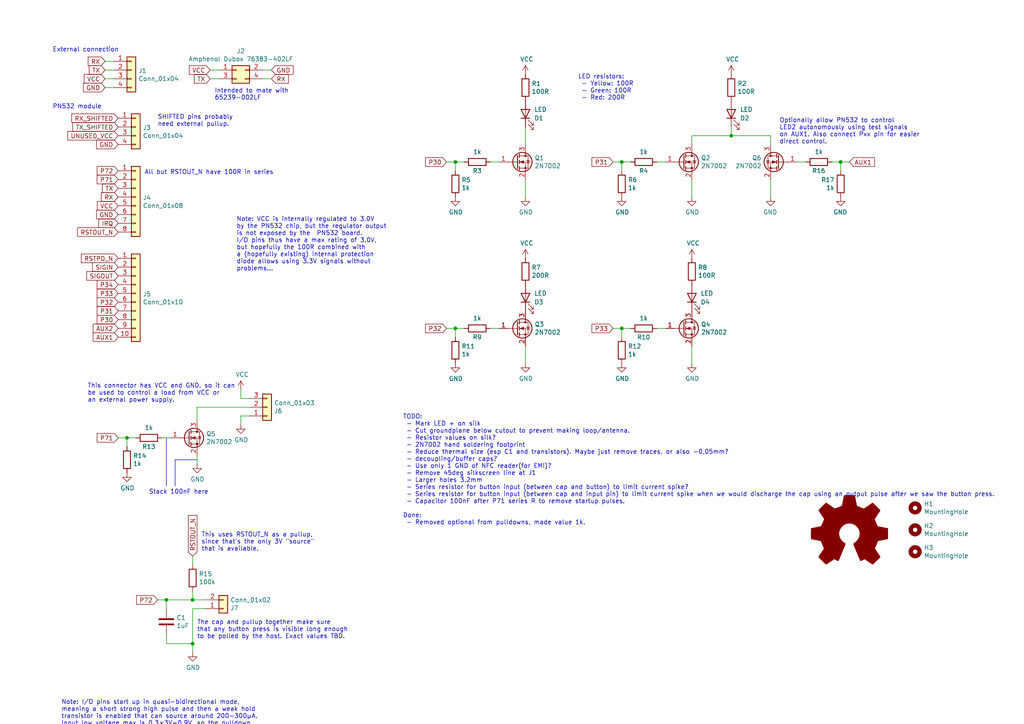
<source format=kicad_sch>
(kicad_sch (version 20230121) (generator eeschema)
  (paper "A4")
  (title_block (title "Doorlockd Reader PCB") (date "2021-02-20") (rev "0.1"))
  (lib_symbols
    (symbol "Connector_Generic:Conn_01x02" (pin_names (offset 1.016) hide)
      (property "Reference" "J" (at 0 2.54 0))
      (property "Value" "Conn_01x02" (at 0 -5.08 0))
      (symbol "Conn_01x02_1_1"
        (rectangle (start -1.27 -2.413) (end 0 -2.667) (stroke (width 0.1524)))
        (rectangle (start -1.27 0.127) (end 0 -0.127) (stroke (width 0.1524)))
        (rectangle (start -1.27 1.27) (end 1.27 -3.81) (stroke (width 0.254)) (fill (type background)))
        (pin passive line (at -5.08 0 0) (length 3.81) (name "Pin_1") (number "1"))
        (pin passive line (at -5.08 -2.54 0) (length 3.81) (name "Pin_2") (number "2"))
      )
    )
    (symbol "Connector_Generic:Conn_01x03" (pin_names (offset 1.016) hide)
      (property "Reference" "J" (at 0 5.08 0))
      (property "Value" "Conn_01x03" (at 0 -5.08 0))
      (symbol "Conn_01x03_1_1"
        (rectangle (start -1.27 -2.413) (end 0 -2.667) (stroke (width 0.1524)))
        (rectangle (start -1.27 0.127) (end 0 -0.127) (stroke (width 0.1524)))
        (rectangle (start -1.27 2.667) (end 0 2.413) (stroke (width 0.1524)))
        (rectangle (start -1.27 3.81) (end 1.27 -3.81) (stroke (width 0.254)) (fill (type background)))
        (pin passive line (at -5.08 2.54 0) (length 3.81) (name "Pin_1") (number "1"))
        (pin passive line (at -5.08 0 0) (length 3.81) (name "Pin_2") (number "2"))
        (pin passive line (at -5.08 -2.54 0) (length 3.81) (name "Pin_3") (number "3"))
      )
    )
    (symbol "Connector_Generic:Conn_01x04" (pin_names (offset 1.016) hide)
      (property "Reference" "J" (at 0 5.08 0))
      (property "Value" "Conn_01x04" (at 0 -7.62 0))
      (symbol "Conn_01x04_1_1"
        (rectangle (start -1.27 -4.953) (end 0 -5.207) (stroke (width 0.1524)))
        (rectangle (start -1.27 -2.413) (end 0 -2.667) (stroke (width 0.1524)))
        (rectangle (start -1.27 0.127) (end 0 -0.127) (stroke (width 0.1524)))
        (rectangle (start -1.27 2.667) (end 0 2.413) (stroke (width 0.1524)))
        (rectangle (start -1.27 3.81) (end 1.27 -6.35) (stroke (width 0.254)) (fill (type background)))
        (pin passive line (at -5.08 2.54 0) (length 3.81) (name "Pin_1") (number "1"))
        (pin passive line (at -5.08 0 0) (length 3.81) (name "Pin_2") (number "2"))
        (pin passive line (at -5.08 -2.54 0) (length 3.81) (name "Pin_3") (number "3"))
        (pin passive line (at -5.08 -5.08 0) (length 3.81) (name "Pin_4") (number "4"))
      )
    )
    (symbol "Connector_Generic:Conn_01x08" (pin_names (offset 1.016) hide)
      (property "Reference" "J" (at 0 10.16 0))
      (property "Value" "Conn_01x08" (at 0 -12.7 0))
      (symbol "Conn_01x08_1_1"
        (rectangle (start -1.27 -10.033) (end 0 -10.287) (stroke (width 0.1524)))
        (rectangle (start -1.27 -7.493) (end 0 -7.747) (stroke (width 0.1524)))
        (rectangle (start -1.27 -4.953) (end 0 -5.207) (stroke (width 0.1524)))
        (rectangle (start -1.27 -2.413) (end 0 -2.667) (stroke (width 0.1524)))
        (rectangle (start -1.27 0.127) (end 0 -0.127) (stroke (width 0.1524)))
        (rectangle (start -1.27 2.667) (end 0 2.413) (stroke (width 0.1524)))
        (rectangle (start -1.27 5.207) (end 0 4.953) (stroke (width 0.1524)))
        (rectangle (start -1.27 7.747) (end 0 7.493) (stroke (width 0.1524)))
        (rectangle (start -1.27 8.89) (end 1.27 -11.43) (stroke (width 0.254)) (fill (type background)))
        (pin passive line (at -5.08 7.62 0) (length 3.81) (name "Pin_1") (number "1"))
        (pin passive line (at -5.08 5.08 0) (length 3.81) (name "Pin_2") (number "2"))
        (pin passive line (at -5.08 2.54 0) (length 3.81) (name "Pin_3") (number "3"))
        (pin passive line (at -5.08 0 0) (length 3.81) (name "Pin_4") (number "4"))
        (pin passive line (at -5.08 -2.54 0) (length 3.81) (name "Pin_5") (number "5"))
        (pin passive line (at -5.08 -5.08 0) (length 3.81) (name "Pin_6") (number "6"))
        (pin passive line (at -5.08 -7.62 0) (length 3.81) (name "Pin_7") (number "7"))
        (pin passive line (at -5.08 -10.16 0) (length 3.81) (name "Pin_8") (number "8"))
      )
    )
    (symbol "Connector_Generic:Conn_01x10" (pin_names (offset 1.016) hide)
      (property "Reference" "J" (at 0 12.7 0))
      (property "Value" "Conn_01x10" (at 0 -15.24 0))
      (symbol "Conn_01x10_1_1"
        (rectangle (start -1.27 -12.573) (end 0 -12.827) (stroke (width 0.1524)))
        (rectangle (start -1.27 -10.033) (end 0 -10.287) (stroke (width 0.1524)))
        (rectangle (start -1.27 -7.493) (end 0 -7.747) (stroke (width 0.1524)))
        (rectangle (start -1.27 -4.953) (end 0 -5.207) (stroke (width 0.1524)))
        (rectangle (start -1.27 -2.413) (end 0 -2.667) (stroke (width 0.1524)))
        (rectangle (start -1.27 0.127) (end 0 -0.127) (stroke (width 0.1524)))
        (rectangle (start -1.27 2.667) (end 0 2.413) (stroke (width 0.1524)))
        (rectangle (start -1.27 5.207) (end 0 4.953) (stroke (width 0.1524)))
        (rectangle (start -1.27 7.747) (end 0 7.493) (stroke (width 0.1524)))
        (rectangle (start -1.27 10.287) (end 0 10.033) (stroke (width 0.1524)))
        (rectangle (start -1.27 11.43) (end 1.27 -13.97) (stroke (width 0.254)) (fill (type background)))
        (pin passive line (at -5.08 10.16 0) (length 3.81) (name "Pin_1") (number "1"))
        (pin passive line (at -5.08 -12.7 0) (length 3.81) (name "Pin_10") (number "10"))
        (pin passive line (at -5.08 7.62 0) (length 3.81) (name "Pin_2") (number "2"))
        (pin passive line (at -5.08 5.08 0) (length 3.81) (name "Pin_3") (number "3"))
        (pin passive line (at -5.08 2.54 0) (length 3.81) (name "Pin_4") (number "4"))
        (pin passive line (at -5.08 0 0) (length 3.81) (name "Pin_5") (number "5"))
        (pin passive line (at -5.08 -2.54 0) (length 3.81) (name "Pin_6") (number "6"))
        (pin passive line (at -5.08 -5.08 0) (length 3.81) (name "Pin_7") (number "7"))
        (pin passive line (at -5.08 -7.62 0) (length 3.81) (name "Pin_8") (number "8"))
        (pin passive line (at -5.08 -10.16 0) (length 3.81) (name "Pin_9") (number "9"))
      )
    )
    (symbol "Connector_Generic:Conn_02x02_Odd_Even" (pin_names (offset 1.016) hide)
      (property "Reference" "J" (at 1.27 2.54 0))
      (property "Value" "Conn_02x02_Odd_Even" (at 1.27 -5.08 0))
      (symbol "Conn_02x02_Odd_Even_1_1"
        (rectangle (start -1.27 -2.413) (end 0 -2.667) (stroke (width 0.1524)))
        (rectangle (start -1.27 0.127) (end 0 -0.127) (stroke (width 0.1524)))
        (rectangle (start -1.27 1.27) (end 3.81 -3.81) (stroke (width 0.254)) (fill (type background)))
        (rectangle (start 3.81 -2.413) (end 2.54 -2.667) (stroke (width 0.1524)))
        (rectangle (start 3.81 0.127) (end 2.54 -0.127) (stroke (width 0.1524)))
        (pin passive line (at -5.08 0 0) (length 3.81) (name "Pin_1") (number "1"))
        (pin passive line (at 7.62 0 180) (length 3.81) (name "Pin_2") (number "2"))
        (pin passive line (at -5.08 -2.54 0) (length 3.81) (name "Pin_3") (number "3"))
        (pin passive line (at 7.62 -2.54 180) (length 3.81) (name "Pin_4") (number "4"))
      )
    )
    (symbol "Device:C" (pin_numbers hide) (pin_names (offset 0.254))
      (property "Reference" "C" (at 0.635 2.54 0))
      (property "Value" "C" (at 0.635 -2.54 0))
      (symbol "C_0_1"
        (polyline (pts (xy -2.032 -0.762) (xy 2.032 -0.762)) (stroke (width 0.508)))
        (polyline (pts (xy -2.032 0.762) (xy 2.032 0.762)) (stroke (width 0.508)))
      )
      (symbol "C_1_1"
        (pin passive line (at 0 3.81 270) (length 2.794) (name "~") (number "1"))
        (pin passive line (at 0 -3.81 90) (length 2.794) (name "~") (number "2"))
      )
    )
    (symbol "Device:LED" (pin_numbers hide) (pin_names (offset 1.016) hide)
      (property "Reference" "D" (at 0 2.54 0))
      (property "Value" "LED" (at 0 -2.54 0))
      (symbol "LED_0_1"
        (polyline (pts (xy -1.27 -1.27) (xy -1.27 1.27)) (stroke (width 0.254)))
        (polyline (pts (xy -1.27 0) (xy 1.27 0)))
        (polyline (pts (xy 1.27 -1.27) (xy 1.27 1.27) (xy -1.27 0) (xy 1.27 -1.27)) (stroke (width 0.254)))
        (polyline (pts (xy -3.048 -0.762) (xy -4.572 -2.286) (xy -3.81 -2.286) (xy -4.572 -2.286) (xy -4.572 -1.524)))
        (polyline (pts (xy -1.778 -0.762) (xy -3.302 -2.286) (xy -2.54 -2.286) (xy -3.302 -2.286) (xy -3.302 -1.524)))
      )
      (symbol "LED_1_1"
        (pin passive line (at -3.81 0 0) (length 2.54) (name "K") (number "1"))
        (pin passive line (at 3.81 0 180) (length 2.54) (name "A") (number "2"))
      )
    )
    (symbol "Device:R" (pin_numbers hide) (pin_names (offset 0))
      (property "Reference" "R" (at 2.032 0 90))
      (property "Value" "R" (at 0 0 90))
      (symbol "R_0_1"
        (rectangle (start -1.016 -2.54) (end 1.016 2.54) (stroke (width 0.254)))
      )
      (symbol "R_1_1"
        (pin passive line (at 0 3.81 270) (length 1.27) (name "~") (number "1"))
        (pin passive line (at 0 -3.81 90) (length 1.27) (name "~") (number "2"))
      )
    )
    (symbol "Graphic:Logo_Open_Hardware_Large" (pin_names (offset 1.016))
      (symbol "Logo_Open_Hardware_Large_1_1"
        (polyline (pts (xy 6.731 -8.7122) (xy 6.6294 -8.6614) (xy 6.35 -8.4836) (xy 5.9944 -8.255) (xy 5.5372 -7.9502) (xy 5.1054 -7.6454) (xy 4.7498 -7.4168) (xy 4.4958 -7.239) (xy 4.3942 -7.1882) (xy 4.318 -7.2136) (xy 4.1148 -7.3152) (xy 3.81 -7.4676) (xy 3.6322 -7.5692) (xy 3.3528 -7.6708) (xy 3.2258 -7.6962) (xy 3.2004 -7.6708) (xy 3.0988 -7.4676) (xy 2.9464 -7.0866) (xy 2.7178 -6.604) (xy 2.4892 -6.0452) (xy 2.2352 -5.4356) (xy 1.9558 -4.826) (xy 1.7272 -4.2164) (xy 1.4986 -3.683) (xy 1.3208 -3.2512) (xy 1.2192 -2.9464) (xy 1.1684 -2.8194) (xy 1.1938 -2.794) (xy 1.3208 -2.667) (xy 1.5748 -2.4892) (xy 2.0828 -2.0574) (xy 2.6162 -1.397) (xy 2.921 -0.6604) (xy 3.048 0.1524) (xy 2.9464 0.9144) (xy 2.6416 1.6256) (xy 2.1336 2.286) (xy 1.524 2.7686) (xy 0.8128 3.0734) (xy 0 3.175) (xy -0.762 3.0988) (xy -1.4986 2.794) (xy -2.159 2.286) (xy -2.4384 1.9812) (xy -2.8194 1.3208) (xy -3.048 0.6096) (xy -3.0734 0.4318) (xy -3.0226 -0.3556) (xy -2.794 -1.0922) (xy -2.3876 -1.7526) (xy -1.8288 -2.3114) (xy -1.7526 -2.3622) (xy -1.4732 -2.5654) (xy -1.2954 -2.6924) (xy -1.1684 -2.8194) (xy -2.159 -5.207) (xy -2.3114 -5.588) (xy -2.5908 -6.2484) (xy -2.8194 -6.8072) (xy -3.0226 -7.2644) (xy -3.1496 -7.5692) (xy -3.2258 -7.6708) (xy -3.2258 -7.6962) (xy -3.302 -7.6962) (xy -3.4798 -7.6454) (xy -3.8354 -7.4676) (xy -4.0386 -7.366) (xy -4.2926 -7.239) (xy -4.4196 -7.1882) (xy -4.5212 -7.239) (xy -4.7498 -7.3914) (xy -5.1054 -7.6454) (xy -5.5372 -7.9248) (xy -5.9436 -8.2042) (xy -6.3246 -8.4582) (xy -6.604 -8.636) (xy -6.731 -8.7122) (xy -6.7564 -8.7122) (xy -6.858 -8.636) (xy -7.0866 -8.4582) (xy -7.4168 -8.1534) (xy -7.874 -7.6962) (xy -7.9502 -7.62) (xy -8.3312 -7.239) (xy -8.636 -6.9088) (xy -8.8392 -6.6802) (xy -8.9154 -6.5786) (xy -8.9154 -6.5786) (xy -8.8392 -6.4516) (xy -8.6614 -6.1722) (xy -8.4328 -5.7912) (xy -8.128 -5.3594) (xy -7.3152 -4.191) (xy -7.7724 -3.0988) (xy -7.8994 -2.7686) (xy -8.0772 -2.3622) (xy -8.2042 -2.0828) (xy -8.255 -1.9558) (xy -8.382 -1.905) (xy -8.6614 -1.8542) (xy -9.0932 -1.7526) (xy -9.6266 -1.651) (xy -10.1092 -1.5748) (xy -10.541 -1.4732) (xy -10.8712 -1.4224) (xy -11.0236 -1.397) (xy -11.049 -1.3716) (xy -11.0744 -1.2954) (xy -11.0998 -1.143) (xy -11.0998 -0.889) (xy -11.1252 -0.4572) (xy -11.1252 0.1524) (xy -11.1252 0.2286) (xy -11.0998 0.8128) (xy -11.0998 1.27) (xy -11.0744 1.5494) (xy -11.0744 1.6764) (xy -11.0744 1.6764) (xy -10.922 1.7018) (xy -10.6172 1.778) (xy -10.16 1.8542) (xy -9.652 1.9558) (xy -9.6012 1.9812) (xy -9.0932 2.0828) (xy -8.636 2.159) (xy -8.3312 2.2352) (xy -8.2042 2.286) (xy -8.1788 2.3114) (xy -8.0772 2.5146) (xy -7.9248 2.8448) (xy -7.747 3.2512) (xy -7.5692 3.6576) (xy -7.4168 4.0386) (xy -7.3152 4.318) (xy -7.2898 4.445) (xy -7.2898 4.445) (xy -7.366 4.572) (xy -7.5438 4.826) (xy -7.7978 5.207) (xy -8.128 5.6642) (xy -8.128 5.6896) (xy -8.4328 6.1468) (xy -8.6868 6.5278) (xy -8.8392 6.7818) (xy -8.9154 6.9088) (xy -8.9154 6.9088) (xy -8.8138 7.0358) (xy -8.5852 7.2898) (xy -8.255 7.6454) (xy -7.874 8.0264) (xy -7.747 8.1534) (xy -7.3152 8.5852) (xy -7.0104 8.8646) (xy -6.8326 8.9916) (xy -6.731 9.0424) (xy -6.731 9.0424) (xy -6.604 8.9408) (xy -6.3246 8.763) (xy -5.9436 8.509) (xy -5.4864 8.2042) (xy -5.461 8.1788) (xy -5.0038 7.874) (xy -4.6482 7.62) (xy -4.3688 7.4422) (xy -4.2672 7.3914) (xy -4.2418 7.3914) (xy -4.064 7.4422) (xy -3.7338 7.5438) (xy -3.3528 7.6962) (xy -2.9464 7.874) (xy -2.5654 8.0264) (xy -2.286 8.1534) (xy -2.159 8.2296) (xy -2.159 8.2296) (xy -2.1082 8.382) (xy -2.032 8.7122) (xy -1.9304 9.1694) (xy -1.8288 9.7282) (xy -1.8034 9.8044) (xy -1.7018 10.3378) (xy -1.6256 10.7696) (xy -1.5748 11.0744) (xy -1.524 11.2014) (xy -1.4478 11.2268) (xy -1.1938 11.2522) (xy -0.8128 11.2522) (xy -0.3302 11.2522) (xy 0.1524 11.2522) (xy 0.6604 11.2522) (xy 1.0668 11.2268) (xy 1.3716 11.2014) (xy 1.4986 11.176) (xy 1.4986 11.176) (xy 1.5494 11.0236) (xy 1.6256 10.6934) (xy 1.7018 10.2108) (xy 1.8288 9.6774) (xy 1.8288 9.5758) (xy 1.9304 9.0424) (xy 2.032 8.6106) (xy 2.0828 8.3058) (xy 2.1336 8.2042) (xy 2.159 8.1788) (xy 2.3876 8.0772) (xy 2.7432 7.9248) (xy 3.175 7.747) (xy 4.191 7.3406) (xy 5.461 8.2042) (xy 5.5626 8.2804) (xy 6.0198 8.5852) (xy 6.3754 8.8392) (xy 6.6294 8.9916) (xy 6.7564 9.0424) (xy 6.7564 9.0424) (xy 6.8834 8.9408) (xy 7.1374 8.7122) (xy 7.4676 8.382) (xy 7.8486 7.9756) (xy 8.1534 7.6962) (xy 8.4836 7.3406) (xy 8.7122 7.112) (xy 8.8392 6.9596) (xy 8.8646 6.858) (xy 8.8646 6.8072) (xy 8.7884 6.6802) (xy 8.6106 6.4008) (xy 8.3312 6.0198) (xy 8.0264 5.588) (xy 7.7978 5.207) (xy 7.5184 4.8006) (xy 7.3406 4.4958) (xy 7.2898 4.3434) (xy 7.2898 4.2926) (xy 7.3914 4.0386) (xy 7.5184 3.683) (xy 7.7216 3.2258) (xy 8.1534 2.2352) (xy 8.7884 2.1082) (xy 9.1948 2.0574) (xy 9.7536 1.9304) (xy 10.2616 1.8288) (xy 11.0998 1.6764) (xy 11.1252 -1.3208) (xy 10.9982 -1.3716) (xy 10.8712 -1.397) (xy 10.5664 -1.4732) (xy 10.1346 -1.5494) (xy 9.6266 -1.651) (xy 9.1948 -1.7272) (xy 8.7376 -1.8288) (xy 8.4328 -1.8796) (xy 8.2804 -1.905) (xy 8.255 -1.9558) (xy 8.1534 -2.159) (xy 7.9756 -2.5146) (xy 7.8232 -2.921) (xy 7.6454 -3.3274) (xy 7.493 -3.7338) (xy 7.366 -4.0132) (xy 7.3406 -4.191) (xy 7.3914 -4.2926) (xy 7.5692 -4.5466) (xy 7.7978 -4.9276) (xy 8.1026 -5.3594) (xy 8.4074 -5.7912) (xy 8.6614 -6.1722) (xy 8.8138 -6.4262) (xy 8.89 -6.5532) (xy 8.8646 -6.6548) (xy 8.6868 -6.858) (xy 8.3566 -7.1882) (xy 7.874 -7.6708) (xy 7.7978 -7.747) (xy 7.3914 -8.128) (xy 7.0612 -8.4328) (xy 6.8326 -8.636) (xy 6.731 -8.7122)) (fill (type outline)))
      )
    )
    (symbol "Mechanical:MountingHole" (pin_names (offset 1.016))
      (property "Reference" "H" (at 0 5.08 0))
      (property "Value" "MountingHole" (at 0 3.175 0))
      (symbol "MountingHole_0_1"
        (circle (center 0 0) (radius 1.27) (stroke (width 1.27)))
      )
    )
    (symbol "Transistor_FET:2N7002" (pin_names hide)
      (property "Reference" "Q" (at 5.08 1.905 0))
      (property "Value" "2N7002" (at 5.08 0 0))
      (symbol "2N7002_0_1"
        (polyline (pts (xy 0.254 0) (xy -2.54 0)))
        (polyline (pts (xy 0.254 1.905) (xy 0.254 -1.905)) (stroke (width 0.254)))
        (polyline (pts (xy 0.762 -1.27) (xy 0.762 -2.286)) (stroke (width 0.254)))
        (polyline (pts (xy 0.762 0.508) (xy 0.762 -0.508)) (stroke (width 0.254)))
        (polyline (pts (xy 0.762 2.286) (xy 0.762 1.27)) (stroke (width 0.254)))
        (polyline (pts (xy 2.54 2.54) (xy 2.54 1.778)))
        (polyline (pts (xy 2.54 -2.54) (xy 2.54 0) (xy 0.762 0)))
        (polyline (pts (xy 0.762 -1.778) (xy 3.302 -1.778) (xy 3.302 1.778) (xy 0.762 1.778)))
        (polyline (pts (xy 1.016 0) (xy 2.032 0.381) (xy 2.032 -0.381) (xy 1.016 0)) (fill (type outline)))
        (polyline (pts (xy 2.794 0.508) (xy 2.921 0.381) (xy 3.683 0.381) (xy 3.81 0.254)))
        (polyline (pts (xy 3.302 0.381) (xy 2.921 -0.254) (xy 3.683 -0.254) (xy 3.302 0.381)))
        (circle (center 1.651 0) (radius 2.794) (stroke (width 0.254)))
        (circle (center 2.54 -1.778) (radius 0.254) (fill (type outline)))
        (circle (center 2.54 1.778) (radius 0.254) (fill (type outline)))
      )
      (symbol "2N7002_1_1"
        (pin input line (at -5.08 0 0) (length 2.54) (name "G") (number "1"))
        (pin passive line (at 2.54 -5.08 90) (length 2.54) (name "S") (number "2"))
        (pin passive line (at 2.54 5.08 270) (length 2.54) (name "D") (number "3"))
      )
    )
    (symbol "power:GND" (power) (pin_names (offset 0))
      (property "Value" "GND" (at 0 -3.81 0))
      (symbol "GND_0_1"
        (polyline (pts (xy 0 0) (xy 0 -1.27) (xy 1.27 -1.27) (xy 0 -2.54) (xy -1.27 -1.27) (xy 0 -1.27)))
      )
      (symbol "GND_1_1"
        (pin power_in line (at 0 0 270) (length 0) hide (name "GND") (number "1"))
      )
    )
    (symbol "power:VCC" (power) (pin_names (offset 0))
      (property "Value" "VCC" (at 0 3.81 0))
      (symbol "VCC_0_1"
        (polyline (pts (xy -0.762 1.27) (xy 0 2.54)))
        (polyline (pts (xy 0 0) (xy 0 2.54)))
        (polyline (pts (xy 0 2.54) (xy 0.762 1.27)))
      )
      (symbol "VCC_1_1"
        (pin power_in line (at 0 0 90) (length 0) hide (name "VCC") (number "1"))
      )
    )
  )
  (junction (at 212.09 39.37))
  (junction (at 180.34 95.25))
  (junction (at 243.84 46.99))
  (junction (at 48.26 173.99))
  (junction (at 55.88 173.99))
  (junction (at 36.83 127))
  (junction (at 180.34 46.99))
  (junction (at 132.08 46.99))
  (junction (at 55.88 186.69))
  (junction (at 132.08 95.25))
  (wire (pts (xy 180.34 97.79) (xy 180.34 95.25)))
  (wire (pts (xy 223.52 52.07) (xy 223.52 57.15)))
  (wire (pts (xy 142.24 95.25) (xy 144.78 95.25)))
  (wire (pts (xy 200.66 39.37) (xy 212.09 39.37)))
  (wire (pts (xy 200.66 100.33) (xy 200.66 105.41)))
  (wire (pts (xy 132.08 49.53) (xy 132.08 46.99)))
  (wire (pts (xy 223.52 41.91) (xy 223.52 39.37)))
  (wire (pts (xy 55.88 189.23) (xy 55.88 186.69)))
  (wire (pts (xy 180.34 46.99) (xy 182.88 46.99)))
  (wire (pts (xy 190.5 46.99) (xy 193.04 46.99)))
  (wire (pts (xy 48.26 186.69) (xy 48.26 184.15)))
  (wire (pts (xy 78.74 20.32) (xy 76.2 20.32)))
  (wire (pts (xy 243.84 49.53) (xy 243.84 46.99)))
  (wire (pts (xy 152.4 36.83) (xy 152.4 41.91)))
  (wire (pts (xy 177.8 46.99) (xy 180.34 46.99)))
  (wire (pts (xy 132.08 95.25) (xy 134.62 95.25)))
  (wire (pts (xy 33.02 25.4) (xy 30.48 25.4)))
  (wire (pts (xy 243.84 46.99) (xy 241.3 46.99)))
  (wire (pts (xy 55.88 173.99) (xy 55.88 171.45)))
  (wire (pts (xy 177.8 95.25) (xy 180.34 95.25)))
  (wire (pts (xy 36.83 127) (xy 39.37 127)))
  (wire (pts (xy 190.5 95.25) (xy 193.04 95.25)))
  (wire (pts (xy 129.54 46.99) (xy 132.08 46.99)))
  (wire (pts (xy 69.85 120.65) (xy 72.39 120.65)))
  (wire (pts (xy 233.68 46.99) (xy 231.14 46.99)))
  (wire (pts (xy 30.48 22.86) (xy 33.02 22.86)))
  (wire (pts (xy 69.85 115.57) (xy 69.85 113.03)))
  (wire (pts (xy 33.02 20.32) (xy 30.48 20.32)))
  (wire (pts (xy 46.99 127) (xy 49.53 127)))
  (wire (pts (xy 57.15 132.08) (xy 57.15 134.62)))
  (wire (pts (xy 200.66 52.07) (xy 200.66 57.15)))
  (wire (pts (xy 212.09 39.37) (xy 212.09 36.83)))
  (wire (pts (xy 60.96 20.32) (xy 63.5 20.32)))
  (wire (pts (xy 69.85 123.19) (xy 69.85 120.65)))
  (wire (pts (xy 55.88 161.29) (xy 55.88 163.83)))
  (wire (pts (xy 132.08 97.79) (xy 132.08 95.25)))
  (wire (pts (xy 223.52 39.37) (xy 212.09 39.37)))
  (wire (pts (xy 76.2 22.86) (xy 78.74 22.86)))
  (wire (pts (xy 48.26 176.53) (xy 48.26 173.99)))
  (wire (pts (xy 246.38 46.99) (xy 243.84 46.99)))
  (wire (pts (xy 152.4 52.07) (xy 152.4 57.15)))
  (wire (pts (xy 129.54 95.25) (xy 132.08 95.25)))
  (wire (pts (xy 48.26 173.99) (xy 45.72 173.99)))
  (polyline (pts (xy 48.26 127) (xy 48.26 140.97)))
  (wire (pts (xy 142.24 46.99) (xy 144.78 46.99)))
  (wire (pts (xy 59.69 173.99) (xy 55.88 173.99)))
  (wire (pts (xy 30.48 17.78) (xy 33.02 17.78)))
  (wire (pts (xy 63.5 22.86) (xy 60.96 22.86)))
  (wire (pts (xy 48.26 173.99) (xy 55.88 173.99)))
  (wire (pts (xy 200.66 41.91) (xy 200.66 39.37)))
  (wire (pts (xy 180.34 95.25) (xy 182.88 95.25)))
  (polyline (pts (xy 50.8 133.35) (xy 50.8 140.97)))
  (wire (pts (xy 132.08 46.99) (xy 134.62 46.99)))
  (wire (pts (xy 180.34 49.53) (xy 180.34 46.99)))
  (wire (pts (xy 72.39 115.57) (xy 69.85 115.57)))
  (wire (pts (xy 57.15 118.11) (xy 57.15 121.92)))
  (wire (pts (xy 72.39 118.11) (xy 57.15 118.11)))
  (wire (pts (xy 55.88 176.53) (xy 59.69 176.53)))
  (wire (pts (xy 55.88 186.69) (xy 48.26 186.69)))
  (wire (pts (xy 152.4 100.33) (xy 152.4 105.41)))
  (wire (pts (xy 36.83 129.54) (xy 36.83 127)))
  (wire (pts (xy 34.29 127) (xy 36.83 127)))
  (polyline (pts (xy 57.15 133.35) (xy 50.8 133.35)))
  (wire (pts (xy 55.88 186.69) (xy 55.88 176.53)))
  (text "TODO:\n - Mark LED + on silk\n - Cut groundplane below cutout to prevent making loop/antenna.\n - Resistor values on silk?\n - 2N7002 hand soldering footprint\n - Reduce thermal size (esp C1 and transistors). Maybe just remove traces, or also -0,05mm?\n - decoupling/buffer caps?\n - Use only 1 GND of NFC reader(for EMI)?\n - Remove 45deg silkscreen line at J1\n - Larger holes 3.2mm\n - Series resistor for button input (between cap and button) to limit current spike?\n - Series resistor for button input (between cap and input pin) to limit current spike when we would discharge the cap using an output pulse after we saw the button press.\n - Capacitor 100nF after P71 series R to remove startup pulses.\n\nDone:\n - Removed optional from pulldowns, made value 1k." (at 116.84 152.4 0) (effects (font (size 1.27 1.27)) (justify left bottom)))
  (text "This connector has VCC and GND, so it can\nbe used to control a load from VCC or\nan external power supply." (at 25.4 116.84 0) (effects (font (size 1.27 1.27)) (justify left bottom)))
  (text "Stack 100nF here" (at 43.18 143.51 0) (effects (font (size 1.27 1.27)) (justify left bottom)))
  (text "Note: VCC is internally regulated to 3.0V\nby the PN532 chip, but the regulator output\nis not exposed by the  PN532 board.\nI/O pins thus have a max rating of 3.0V,\nbut hopefully the 100R combined with\na (hopefully existing) internal protection\ndiode allows using 3.3V signals without\nproblems..." (at 68.58 78.74 0) (effects (font (size 1.27 1.27)) (justify left bottom)))
  (text "LED resistors:\n - Yellow: 100R\n - Green: 100R\n - Red: 200R" (at 167.64 29.21 0) (effects (font (size 1.27 1.27)) (justify left bottom)))
  (text "Optionally allow PN532 to control\nLED2 autonomously using test signals\non AUX1. Also connect Pxx pin for easier\ndirect control." (at 226.06 41.91 0) (effects (font (size 1.27 1.27)) (justify left bottom)))
  (text "This uses RSTOUT_N as a pullup,\nsince that's the only 3V \"source\"\nthat is available." (at 58.42 160.02 0) (effects (font (size 1.27 1.27)) (justify left bottom)))
  (text "PN532 module" (at 15.24 31.75 0) (effects (font (size 1.27 1.27)) (justify left bottom)))
  (text "SHIFTED pins probably\nneed external pullup." (at 45.72 36.83 0) (effects (font (size 1.27 1.27)) (justify left bottom)))
  (text "The cap and pullup together make sure\nthat any button press is visible long enough\nto be polled by the host. Exact values TBD." (at 57.15 185.42 0) (effects (font (size 1.27 1.27)) (justify left bottom)))
  (text "Note: I/O pins start up in quasi-bidirectional mode,\nmeaning a short strong high pulse and then a weak hold\ntransistor is enabled that can source around 200-300μA.\nInput low voltage max is 0.3×3V=0.9V, so the pulldown\nshould be at most 3k to ensure the pin becomes low after\nstartup.\n\nOn reset, there is also a 20μs weak pulse (<0.5V with 1k pulldown) about 250μs before RSTOUT becomes high,\nand a 2μs strong pulse 9ms after RSTOUT becomes high.\nThen, after reset when the first UART byte is received, there is another 3.5μs pulse.\nThis is probably when the chip wakes up from sleep (which needs 5 rising edges on RX).\n\nNote that the quasi-bidir pin behaviour is documented to give a strong pulse of 1 CPU_CLK, which is 148ns at the default 6.78Mhz.\nThis is also observed when manually toggling a quas-bidir pin after startup. So the pulses during startup are a lot longer so not  really the quasi-bidir behaviour.\n\nSo, 1k series plus 100n at the gate should be sufficient to completely supress all these pulses. This is only done for P71 for safety, for the LEDS\nthis pulse is not visible anyway.\n\nTODO: Check aux behavior." (at 17.78 241.3 0) (effects (font (size 1.27 1.27)) (justify left bottom)))
  (text "Intended to mate with\n65239-002LF" (at 62.23 29.21 0) (effects (font (size 1.27 1.27)) (justify left bottom)))
  (text "All but RSTOUT_N have 100R in series" (at 41.91 50.8 0) (effects (font (size 1.27 1.27)) (justify left bottom)))
  (text "External connection" (at 15.24 15.24 0) (effects (font (size 1.27 1.27)) (justify left bottom)))
  (global_label "VCC" (shape input) (at 30.48 22.86 180) (property "Intersheetrefs" "${INTERSHEET_REFS}" (effects hide)))
  (global_label "TX_SHIFTED" (shape input) (at 34.29 36.83 180) (property "Intersheetrefs" "${INTERSHEET_REFS}" (effects hide)))
  (global_label "SIGOUT" (shape input) (at 34.29 80.01 180) (property "Intersheetrefs" "${INTERSHEET_REFS}" (effects hide)))
  (global_label "P71" (shape input) (at 34.29 52.07 180) (property "Intersheetrefs" "${INTERSHEET_REFS}" (effects hide)))
  (global_label "AUX1" (shape input) (at 246.38 46.99 0) (property "Intersheetrefs" "${INTERSHEET_REFS}" (effects hide)))
  (global_label "VCC" (shape input) (at 60.96 20.32 180) (property "Intersheetrefs" "${INTERSHEET_REFS}" (effects hide)))
  (global_label "P72" (shape input) (at 45.72 173.99 180) (property "Intersheetrefs" "${INTERSHEET_REFS}" (effects hide)))
  (global_label "RX" (shape input) (at 34.29 57.15 180) (property "Intersheetrefs" "${INTERSHEET_REFS}" (effects hide)))
  (global_label "P30" (shape input) (at 34.29 92.71 180) (property "Intersheetrefs" "${INTERSHEET_REFS}" (effects hide)))
  (global_label "GND" (shape input) (at 78.74 20.32 0) (property "Intersheetrefs" "${INTERSHEET_REFS}" (effects hide)))
  (global_label "RSTPD_N" (shape input) (at 34.29 74.93 180) (property "Intersheetrefs" "${INTERSHEET_REFS}" (effects hide)))
  (global_label "P72" (shape input) (at 34.29 49.53 180) (property "Intersheetrefs" "${INTERSHEET_REFS}" (effects hide)))
  (global_label "P31" (shape input) (at 34.29 90.17 180) (property "Intersheetrefs" "${INTERSHEET_REFS}" (effects hide)))
  (global_label "UNUSED_VCC" (shape input) (at 34.29 39.37 180) (property "Intersheetrefs" "${INTERSHEET_REFS}" (effects hide)))
  (global_label "P32" (shape input) (at 34.29 87.63 180) (property "Intersheetrefs" "${INTERSHEET_REFS}" (effects hide)))
  (global_label "RX_SHIFTED" (shape input) (at 34.29 34.29 180) (property "Intersheetrefs" "${INTERSHEET_REFS}" (effects hide)))
  (global_label "RSTOUT_N" (shape input) (at 55.88 161.29 90) (property "Intersheetrefs" "${INTERSHEET_REFS}" (effects hide)))
  (global_label "P31" (shape input) (at 177.8 46.99 180) (property "Intersheetrefs" "${INTERSHEET_REFS}" (effects hide)))
  (global_label "P33" (shape input) (at 34.29 85.09 180) (property "Intersheetrefs" "${INTERSHEET_REFS}" (effects hide)))
  (global_label "TX" (shape input) (at 30.48 20.32 180) (property "Intersheetrefs" "${INTERSHEET_REFS}" (effects hide)))
  (global_label "P30" (shape input) (at 129.54 46.99 180) (property "Intersheetrefs" "${INTERSHEET_REFS}" (effects hide)))
  (global_label "IRQ" (shape input) (at 34.29 64.77 180) (property "Intersheetrefs" "${INTERSHEET_REFS}" (effects hide)))
  (global_label "P32" (shape input) (at 129.54 95.25 180) (property "Intersheetrefs" "${INTERSHEET_REFS}" (effects hide)))
  (global_label "RX" (shape input) (at 78.74 22.86 0) (property "Intersheetrefs" "${INTERSHEET_REFS}" (effects hide)))
  (global_label "TX" (shape input) (at 60.96 22.86 180) (property "Intersheetrefs" "${INTERSHEET_REFS}" (effects hide)))
  (global_label "AUX1" (shape input) (at 34.29 97.79 180) (property "Intersheetrefs" "${INTERSHEET_REFS}" (effects hide)))
  (global_label "P34" (shape input) (at 34.29 82.55 180) (property "Intersheetrefs" "${INTERSHEET_REFS}" (effects hide)))
  (global_label "VCC" (shape input) (at 34.29 59.69 180) (property "Intersheetrefs" "${INTERSHEET_REFS}" (effects hide)))
  (global_label "GND" (shape input) (at 34.29 62.23 180) (property "Intersheetrefs" "${INTERSHEET_REFS}" (effects hide)))
  (global_label "GND" (shape input) (at 30.48 25.4 180) (property "Intersheetrefs" "${INTERSHEET_REFS}" (effects hide)))
  (global_label "P33" (shape input) (at 177.8 95.25 180) (property "Intersheetrefs" "${INTERSHEET_REFS}" (effects hide)))
  (global_label "SIGIN" (shape input) (at 34.29 77.47 180) (property "Intersheetrefs" "${INTERSHEET_REFS}" (effects hide)))
  (global_label "RSTOUT_N" (shape input) (at 34.29 67.31 180) (property "Intersheetrefs" "${INTERSHEET_REFS}" (effects hide)))
  (global_label "RX" (shape input) (at 30.48 17.78 180) (property "Intersheetrefs" "${INTERSHEET_REFS}" (effects hide)))
  (global_label "TX" (shape input) (at 34.29 54.61 180) (property "Intersheetrefs" "${INTERSHEET_REFS}" (effects hide)))
  (global_label "GND" (shape input) (at 34.29 41.91 180) (property "Intersheetrefs" "${INTERSHEET_REFS}" (effects hide)))
  (global_label "P71" (shape input) (at 34.29 127 180) (property "Intersheetrefs" "${INTERSHEET_REFS}" (effects hide)))
  (global_label "AUX2" (shape input) (at 34.29 95.25 180) (property "Intersheetrefs" "${INTERSHEET_REFS}" (effects hide)))
  (symbol (lib_id "Connector_Generic:Conn_01x04") (at 39.37 36.83 0) (unit 1)
    (property "Reference" "J3" (at 41.402 37.0332 0) (effects (justify left)))
    (property "Value" "Conn_01x04" (at 41.402 39.3446 0) (effects (justify left)))
    (property "Footprint" "Connector_PinSocket_2.54mm:PinSocket_1x04_P2.54mm_Vertical" (effects hide))
  )
  (symbol (lib_id "Connector_Generic:Conn_01x08") (at 39.37 57.15 0) (unit 1)
    (property "Reference" "J4" (at 41.402 57.3532 0) (effects (justify left)))
    (property "Value" "Conn_01x08" (at 41.402 59.6646 0) (effects (justify left)))
    (property "Footprint" "Connector_PinSocket_2.54mm:PinSocket_1x08_P2.54mm_Vertical" (effects hide))
  )
  (symbol (lib_id "Connector_Generic:Conn_01x10") (at 39.37 85.09 0) (unit 1)
    (property "Reference" "J5" (at 41.402 85.2932 0) (effects (justify left)))
    (property "Value" "Conn_01x10" (at 41.402 87.6046 0) (effects (justify left)))
    (property "Footprint" "Connector_PinSocket_1.27mm:PinSocket_1x10_P1.27mm_Vertical" (effects hide))
  )
  (symbol (lib_id "Device:LED") (at 152.4 33.02 90) (unit 1)
    (property "Reference" "D1" (at 154.94 34.29 90) (effects (justify right)))
    (property "Value" "LED" (at 154.94 31.75 90) (effects (justify right)))
    (property "Footprint" "LED_THT:LED_Rectangular_W5.0mm_H2.0mm" (effects hide))
  )
  (symbol (lib_id "Connector_Generic:Conn_01x04") (at 38.1 20.32 0) (unit 1)
    (property "Reference" "J1" (at 40.132 20.5232 0) (effects (justify left)))
    (property "Value" "Conn_01x04" (at 40.132 22.8346 0) (effects (justify left)))
    (property "Footprint" "Connector_PinHeader_2.54mm:PinHeader_1x04_P2.54mm_Vertical" (effects hide))
  )
  (symbol (lib_id "Transistor_FET:2N7002") (at 149.86 46.99 0) (unit 1)
    (property "Reference" "Q1" (at 155.0416 45.8216 0) (effects (justify left)))
    (property "Value" "2N7002" (at 155.0416 48.133 0) (effects (justify left)))
    (property "Footprint" "Package_TO_SOT_SMD:SOT-23" (effects hide))
    (property "Datasheet" "https://www.onsemi.com/pub/Collateral/NDS7002A-D.PDF" (effects hide))
  )
  (symbol (lib_id "power:GND") (at 152.4 57.15 0) (unit 1)
    (property "Reference" "#PWR04" (effects hide))
    (property "Value" "GND" (at 152.527 61.5442 0))
  )
  (symbol (lib_id "Device:R") (at 138.43 46.99 270) (unit 1)
    (property "Reference" "R3" (at 138.43 49.53 90))
    (property "Value" "1k" (at 138.43 44.0436 90))
    (property "Footprint" "Resistor_SMD:R_0805_2012Metric_Pad1.20x1.40mm_HandSolder" (effects hide))
  )
  (symbol (lib_id "Device:R") (at 152.4 25.4 0) (unit 1)
    (property "Reference" "R1" (at 154.178 24.2316 0) (effects (justify left)))
    (property "Value" "100R" (at 154.178 26.543 0) (effects (justify left)))
    (property "Footprint" "Resistor_SMD:R_0805_2012Metric_Pad1.20x1.40mm_HandSolder" (effects hide))
  )
  (symbol (lib_id "Device:R") (at 132.08 53.34 0) (unit 1)
    (property "Reference" "R5" (at 133.858 52.1716 0) (effects (justify left)))
    (property "Value" "1k" (at 133.858 54.483 0) (effects (justify left)))
    (property "Footprint" "Resistor_SMD:R_0805_2012Metric_Pad1.20x1.40mm_HandSolder" (effects hide))
  )
  (symbol (lib_id "power:VCC") (at 152.4 21.59 0) (unit 1)
    (property "Reference" "#PWR01" (effects hide))
    (property "Value" "VCC" (at 152.781 17.1958 0))
  )
  (symbol (lib_id "Graphic:Logo_Open_Hardware_Large") (at 246.38 154.94 0) (unit 1)
    (property "Reference" "#LOGO1" (effects hide))
    (property "Value" "Logo_Open_Hardware_Large" (effects hide))
    (property "Footprint" "Symbol:OSHW-Symbol_44.5x40mm_SilkScreen" (effects hide))
  )
  (symbol (lib_id "Transistor_FET:2N7002") (at 54.61 127 0) (unit 1)
    (property "Reference" "Q5" (at 59.7916 125.8316 0) (effects (justify left)))
    (property "Value" "2N7002" (at 59.7916 128.143 0) (effects (justify left)))
    (property "Footprint" "Package_TO_SOT_SMD:SOT-23" (effects hide))
    (property "Datasheet" "https://www.onsemi.com/pub/Collateral/NDS7002A-D.PDF" (effects hide))
  )
  (symbol (lib_id "power:GND") (at 57.15 134.62 0) (unit 1)
    (property "Reference" "#PWR015" (effects hide))
    (property "Value" "GND" (at 57.277 139.0142 0))
  )
  (symbol (lib_id "Device:R") (at 43.18 127 270) (unit 1)
    (property "Reference" "R13" (at 43.18 129.54 90))
    (property "Value" "1k" (at 43.18 124.0536 90))
    (property "Footprint" "Resistor_SMD:R_0805_2012Metric_Pad1.20x1.40mm_HandSolder" (effects hide))
  )
  (symbol (lib_id "power:VCC") (at 69.85 113.03 0) (unit 1)
    (property "Reference" "#PWR013" (effects hide))
    (property "Value" "VCC" (at 70.231 108.6358 0))
  )
  (symbol (lib_id "Connector_Generic:Conn_01x03") (at 77.47 118.11 0) (mirror x) (unit 1)
    (property "Reference" "J6" (at 79.502 119.1768 0) (effects (justify left)))
    (property "Value" "Conn_01x03" (at 79.502 116.8654 0) (effects (justify left)))
    (property "Footprint" "Connector_PinHeader_2.54mm:PinHeader_1x03_P2.54mm_Horizontal" (effects hide))
  )
  (symbol (lib_id "power:GND") (at 69.85 123.19 0) (unit 1)
    (property "Reference" "#PWR014" (effects hide))
    (property "Value" "GND" (at 69.977 127.5842 0))
  )
  (symbol (lib_id "Connector_Generic:Conn_01x02") (at 64.77 176.53 0) (mirror x) (unit 1)
    (property "Reference" "J7" (at 66.802 176.3268 0) (effects (justify left)))
    (property "Value" "Conn_01x02" (at 66.802 174.0154 0) (effects (justify left)))
    (property "Footprint" "Connector_PinHeader_2.54mm:PinHeader_1x02_P2.54mm_Horizontal" (effects hide))
  )
  (symbol (lib_id "Device:C") (at 48.26 180.34 0) (unit 1)
    (property "Reference" "C1" (at 51.181 179.1716 0) (effects (justify left)))
    (property "Value" "1uF" (at 51.181 181.483 0) (effects (justify left)))
    (property "Footprint" "Capacitor_SMD:C_0805_2012Metric_Pad1.18x1.45mm_HandSolder" (effects hide))
  )
  (symbol (lib_id "power:GND") (at 55.88 189.23 0) (unit 1)
    (property "Reference" "#PWR017" (effects hide))
    (property "Value" "GND" (at 56.007 193.6242 0))
  )
  (symbol (lib_id "Device:R") (at 55.88 167.64 0) (unit 1)
    (property "Reference" "R15" (at 57.658 166.4716 0) (effects (justify left)))
    (property "Value" "100k" (at 57.658 168.783 0) (effects (justify left)))
    (property "Footprint" "Resistor_SMD:R_0805_2012Metric_Pad1.20x1.40mm_HandSolder" (effects hide))
  )
  (symbol (lib_id "power:GND") (at 132.08 57.15 0) (unit 1)
    (property "Reference" "#PWR03" (effects hide))
    (property "Value" "GND" (at 132.207 61.5442 0))
  )
  (symbol (lib_id "Device:R") (at 36.83 133.35 0) (unit 1)
    (property "Reference" "R14" (at 38.608 132.1816 0) (effects (justify left)))
    (property "Value" "1k" (at 38.608 134.493 0) (effects (justify left)))
    (property "Footprint" "Resistor_SMD:R_0805_2012Metric_Pad1.20x1.40mm_HandSolder" (effects hide))
  )
  (symbol (lib_id "power:GND") (at 36.83 137.16 0) (unit 1)
    (property "Reference" "#PWR016" (effects hide))
    (property "Value" "GND" (at 36.957 141.5542 0))
  )
  (symbol (lib_id "Transistor_FET:2N7002") (at 226.06 46.99 0) (mirror y) (unit 1)
    (property "Reference" "Q6" (at 220.8784 45.8216 0) (effects (justify left)))
    (property "Value" "2N7002" (at 220.8784 48.133 0) (effects (justify left)))
    (property "Footprint" "Package_TO_SOT_SMD:SOT-23" (effects hide))
    (property "Datasheet" "https://www.onsemi.com/pub/Collateral/NDS7002A-D.PDF" (effects hide))
  )
  (symbol (lib_id "power:GND") (at 223.52 57.15 0) (mirror y) (unit 1)
    (property "Reference" "#PWR0101" (effects hide))
    (property "Value" "GND" (at 223.393 61.5442 0))
  )
  (symbol (lib_id "Device:R") (at 237.49 46.99 90) (mirror x) (unit 1)
    (property "Reference" "R16" (at 237.49 49.53 90))
    (property "Value" "1k" (at 237.49 44.0436 90))
    (property "Footprint" "Resistor_SMD:R_0805_2012Metric_Pad1.20x1.40mm_HandSolder" (effects hide))
  )
  (symbol (lib_id "Device:R") (at 243.84 53.34 0) (mirror y) (unit 1)
    (property "Reference" "R17" (at 242.062 52.1716 0) (effects (justify left)))
    (property "Value" "1k" (at 242.062 54.483 0) (effects (justify left)))
    (property "Footprint" "Resistor_SMD:R_0805_2012Metric_Pad1.20x1.40mm_HandSolder" (effects hide))
  )
  (symbol (lib_id "power:GND") (at 243.84 57.15 0) (mirror y) (unit 1)
    (property "Reference" "#PWR0102" (effects hide))
    (property "Value" "GND" (at 243.713 61.5442 0))
  )
  (symbol (lib_id "Device:LED") (at 152.4 86.36 90) (unit 1)
    (property "Reference" "D3" (at 154.94 87.63 90) (effects (justify right)))
    (property "Value" "LED" (at 154.94 85.09 90) (effects (justify right)))
    (property "Footprint" "LED_THT:LED_Rectangular_W5.0mm_H2.0mm" (effects hide))
  )
  (symbol (lib_id "Transistor_FET:2N7002") (at 149.86 95.25 0) (unit 1)
    (property "Reference" "Q3" (at 155.0416 94.0816 0) (effects (justify left)))
    (property "Value" "2N7002" (at 155.0416 96.393 0) (effects (justify left)))
    (property "Footprint" "Package_TO_SOT_SMD:SOT-23" (effects hide))
    (property "Datasheet" "https://www.onsemi.com/pub/Collateral/NDS7002A-D.PDF" (effects hide))
  )
  (symbol (lib_id "power:GND") (at 152.4 105.41 0) (unit 1)
    (property "Reference" "#PWR010" (effects hide))
    (property "Value" "GND" (at 152.527 109.8042 0))
  )
  (symbol (lib_id "Device:R") (at 138.43 95.25 270) (unit 1)
    (property "Reference" "R9" (at 138.43 97.79 90))
    (property "Value" "1k" (at 138.43 92.3036 90))
    (property "Footprint" "Resistor_SMD:R_0805_2012Metric_Pad1.20x1.40mm_HandSolder" (effects hide))
  )
  (symbol (lib_id "Device:R") (at 152.4 78.74 0) (unit 1)
    (property "Reference" "R7" (at 154.178 77.5716 0) (effects (justify left)))
    (property "Value" "200R" (at 154.178 79.883 0) (effects (justify left)))
    (property "Footprint" "Resistor_SMD:R_0805_2012Metric_Pad1.20x1.40mm_HandSolder" (effects hide))
  )
  (symbol (lib_id "Device:R") (at 132.08 101.6 0) (unit 1)
    (property "Reference" "R11" (at 133.858 100.4316 0) (effects (justify left)))
    (property "Value" "1k" (at 133.858 102.743 0) (effects (justify left)))
    (property "Footprint" "Resistor_SMD:R_0805_2012Metric_Pad1.20x1.40mm_HandSolder" (effects hide))
  )
  (symbol (lib_id "power:VCC") (at 152.4 74.93 0) (unit 1)
    (property "Reference" "#PWR07" (effects hide))
    (property "Value" "VCC" (at 152.781 70.5358 0))
  )
  (symbol (lib_id "power:GND") (at 132.08 105.41 0) (unit 1)
    (property "Reference" "#PWR09" (effects hide))
    (property "Value" "GND" (at 132.207 109.8042 0))
  )
  (symbol (lib_id "Device:LED") (at 212.09 33.02 90) (unit 1)
    (property "Reference" "D2" (at 214.63 34.29 90) (effects (justify right)))
    (property "Value" "LED" (at 214.63 31.75 90) (effects (justify right)))
    (property "Footprint" "LED_THT:LED_Rectangular_W5.0mm_H2.0mm" (effects hide))
  )
  (symbol (lib_id "Transistor_FET:2N7002") (at 198.12 46.99 0) (unit 1)
    (property "Reference" "Q2" (at 203.3016 45.8216 0) (effects (justify left)))
    (property "Value" "2N7002" (at 203.3016 48.133 0) (effects (justify left)))
    (property "Footprint" "Package_TO_SOT_SMD:SOT-23" (effects hide))
    (property "Datasheet" "https://www.onsemi.com/pub/Collateral/NDS7002A-D.PDF" (effects hide))
  )
  (symbol (lib_id "power:GND") (at 200.66 57.15 0) (unit 1)
    (property "Reference" "#PWR06" (effects hide))
    (property "Value" "GND" (at 200.787 61.5442 0))
  )
  (symbol (lib_id "Device:R") (at 186.69 46.99 270) (unit 1)
    (property "Reference" "R4" (at 186.69 49.53 90))
    (property "Value" "1k" (at 186.69 44.0436 90))
    (property "Footprint" "Resistor_SMD:R_0805_2012Metric_Pad1.20x1.40mm_HandSolder" (effects hide))
  )
  (symbol (lib_id "Device:R") (at 212.09 25.4 0) (unit 1)
    (property "Reference" "R2" (at 213.868 24.2316 0) (effects (justify left)))
    (property "Value" "100R" (at 213.868 26.543 0) (effects (justify left)))
    (property "Footprint" "Resistor_SMD:R_0805_2012Metric_Pad1.20x1.40mm_HandSolder" (effects hide))
  )
  (symbol (lib_id "Device:R") (at 180.34 53.34 0) (unit 1)
    (property "Reference" "R6" (at 182.118 52.1716 0) (effects (justify left)))
    (property "Value" "1k" (at 182.118 54.483 0) (effects (justify left)))
    (property "Footprint" "Resistor_SMD:R_0805_2012Metric_Pad1.20x1.40mm_HandSolder" (effects hide))
  )
  (symbol (lib_id "power:VCC") (at 212.09 21.59 0) (unit 1)
    (property "Reference" "#PWR02" (effects hide))
    (property "Value" "VCC" (at 212.471 17.1958 0))
  )
  (symbol (lib_id "power:GND") (at 180.34 57.15 0) (unit 1)
    (property "Reference" "#PWR05" (effects hide))
    (property "Value" "GND" (at 180.467 61.5442 0))
  )
  (symbol (lib_id "Device:LED") (at 200.66 86.36 90) (unit 1)
    (property "Reference" "D4" (at 203.2 87.63 90) (effects (justify right)))
    (property "Value" "LED" (at 203.2 85.09 90) (effects (justify right)))
    (property "Footprint" "LED_THT:LED_Rectangular_W5.0mm_H2.0mm" (effects hide))
  )
  (symbol (lib_id "Transistor_FET:2N7002") (at 198.12 95.25 0) (unit 1)
    (property "Reference" "Q4" (at 203.3016 94.0816 0) (effects (justify left)))
    (property "Value" "2N7002" (at 203.3016 96.393 0) (effects (justify left)))
    (property "Footprint" "Package_TO_SOT_SMD:SOT-23" (effects hide))
    (property "Datasheet" "https://www.onsemi.com/pub/Collateral/NDS7002A-D.PDF" (effects hide))
  )
  (symbol (lib_id "power:GND") (at 200.66 105.41 0) (unit 1)
    (property "Reference" "#PWR012" (effects hide))
    (property "Value" "GND" (at 200.787 109.8042 0))
  )
  (symbol (lib_id "Device:R") (at 186.69 95.25 270) (unit 1)
    (property "Reference" "R10" (at 186.69 97.79 90))
    (property "Value" "1k" (at 186.69 92.3036 90))
    (property "Footprint" "Resistor_SMD:R_0805_2012Metric_Pad1.20x1.40mm_HandSolder" (effects hide))
  )
  (symbol (lib_id "Device:R") (at 200.66 78.74 0) (unit 1)
    (property "Reference" "R8" (at 202.438 77.5716 0) (effects (justify left)))
    (property "Value" "100R" (at 202.438 79.883 0) (effects (justify left)))
    (property "Footprint" "Resistor_SMD:R_0805_2012Metric_Pad1.20x1.40mm_HandSolder" (effects hide))
  )
  (symbol (lib_id "Device:R") (at 180.34 101.6 0) (unit 1)
    (property "Reference" "R12" (at 182.118 100.4316 0) (effects (justify left)))
    (property "Value" "1k" (at 182.118 102.743 0) (effects (justify left)))
    (property "Footprint" "Resistor_SMD:R_0805_2012Metric_Pad1.20x1.40mm_HandSolder" (effects hide))
  )
  (symbol (lib_id "power:VCC") (at 200.66 74.93 0) (unit 1)
    (property "Reference" "#PWR08" (effects hide))
    (property "Value" "VCC" (at 201.041 70.5358 0))
  )
  (symbol (lib_id "power:GND") (at 180.34 105.41 0) (unit 1)
    (property "Reference" "#PWR011" (effects hide))
    (property "Value" "GND" (at 180.467 109.8042 0))
  )
  (symbol (lib_id "Connector_Generic:Conn_02x02_Odd_Even") (at 68.58 20.32 0) (unit 1)
    (property "Reference" "J2" (at 69.85 14.8082 0))
    (property "Value" "Amphenol Dubox ‎76383-402LF‎" (at 69.85 17.1196 0))
    (property "Footprint" "Connector_PinHeader_2.54mm:PinHeader_2x02_P2.54mm_Horizontal" (effects hide))
  )
  (symbol (lib_id "Mechanical:MountingHole") (at 265.43 147.32 0) (unit 1)
    (property "Reference" "H1" (at 267.97 146.1516 0) (effects (justify left)))
    (property "Value" "MountingHole" (at 267.97 148.463 0) (effects (justify left)))
    (property "Footprint" "MountingHole:MountingHole_2.5mm" (effects hide))
  )
  (symbol (lib_id "Mechanical:MountingHole") (at 265.43 153.67 0) (unit 1)
    (property "Reference" "H2" (at 267.97 152.5016 0) (effects (justify left)))
    (property "Value" "MountingHole" (at 267.97 154.813 0) (effects (justify left)))
    (property "Footprint" "MountingHole:MountingHole_2.5mm" (effects hide))
  )
  (symbol (lib_id "Mechanical:MountingHole") (at 265.43 160.02 0) (unit 1)
    (property "Reference" "H3" (at 267.97 158.8516 0) (effects (justify left)))
    (property "Value" "MountingHole" (at 267.97 161.163 0) (effects (justify left)))
    (property "Footprint" "MountingHole:MountingHole_2.5mm" (effects hide))
  )
)
</source>
